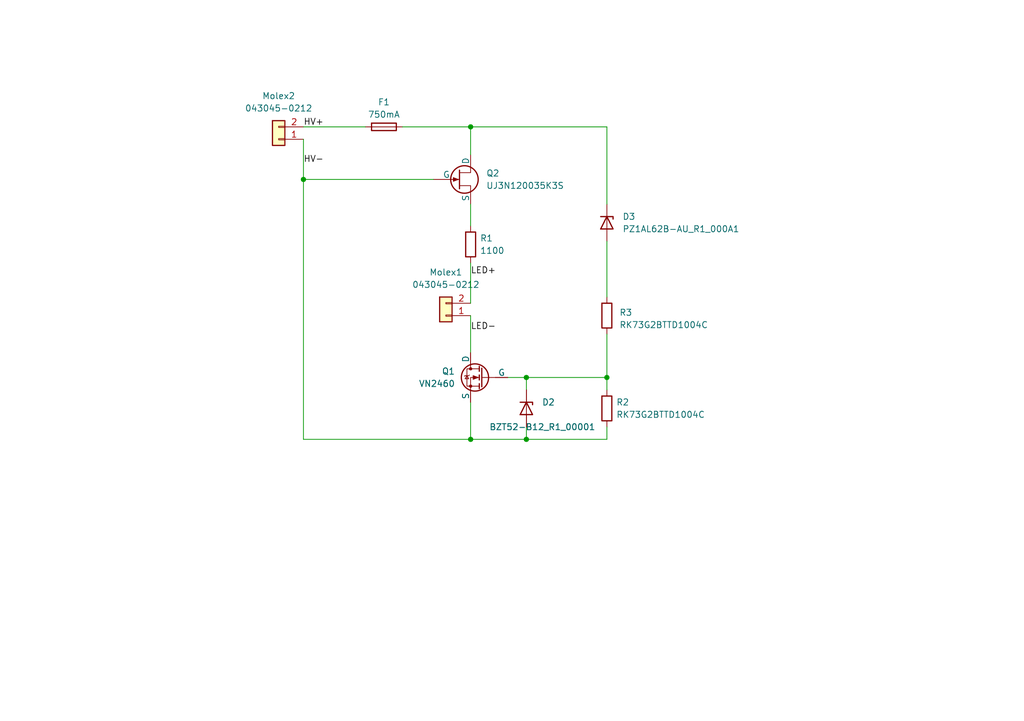
<source format=kicad_sch>
(kicad_sch (version 20230121) (generator eeschema)
  (paper "A5")
  (lib_symbols
    (symbol "Connector_Generic:Conn_01x02" (pin_names (offset 1.016) hide)
      (property "Reference" "J" (at 0 2.54 0))
      (property "Value" "Conn_01x02" (at 0 -5.08 0))
      (symbol "Conn_01x02_1_1"
        (rectangle (start -1.27 -2.413) (end 0 -2.667) (stroke (width 0.1524)))
        (rectangle (start -1.27 0.127) (end 0 -0.127) (stroke (width 0.1524)))
        (rectangle (start -1.27 1.27) (end 1.27 -3.81) (stroke (width 0.254)) (fill (type background)))
        (pin passive line (at -5.08 0 0) (length 3.81) (name "Pin_1") (number "1"))
        (pin passive line (at -5.08 -2.54 0) (length 3.81) (name "Pin_2") (number "2"))
      )
    )
    (symbol "Device:D_Zener" (pin_numbers hide) (pin_names (offset 1.016) hide)
      (property "Reference" "D" (at 0 2.54 0))
      (property "Value" "D_Zener" (at 0 -2.54 0))
      (symbol "D_Zener_0_1"
        (polyline (pts (xy 1.27 0) (xy -1.27 0)))
        (polyline (pts (xy -1.27 -1.27) (xy -1.27 1.27) (xy -0.762 1.27)) (stroke (width 0.254)))
        (polyline (pts (xy 1.27 -1.27) (xy 1.27 1.27) (xy -1.27 0) (xy 1.27 -1.27)) (stroke (width 0.254)))
      )
      (symbol "D_Zener_1_1"
        (pin passive line (at -3.81 0 0) (length 2.54) (name "K") (number "1"))
        (pin passive line (at 3.81 0 180) (length 2.54) (name "A") (number "2"))
      )
    )
    (symbol "Device:Fuse" (pin_numbers hide) (pin_names (offset 0))
      (property "Reference" "F" (at 2.032 0 90))
      (property "Value" "Fuse" (at -1.905 0 90))
      (symbol "Fuse_0_1"
        (rectangle (start -0.762 -2.54) (end 0.762 2.54) (stroke (width 0.254)))
        (polyline (pts (xy 0 2.54) (xy 0 -2.54)))
      )
      (symbol "Fuse_1_1"
        (pin passive line (at 0 3.81 270) (length 1.27) (name "~") (number "1"))
        (pin passive line (at 0 -3.81 90) (length 1.27) (name "~") (number "2"))
      )
    )
    (symbol "Device:R" (pin_numbers hide) (pin_names (offset 0))
      (property "Reference" "R" (at 2.032 0 90))
      (property "Value" "R" (at 0 0 90))
      (symbol "R_0_1"
        (rectangle (start -1.016 -2.54) (end 1.016 2.54) (stroke (width 0.254)))
      )
      (symbol "R_1_1"
        (pin passive line (at 0 3.81 270) (length 1.27) (name "~") (number "1"))
        (pin passive line (at 0 -3.81 90) (length 1.27) (name "~") (number "2"))
      )
    )
    (symbol "Simulation_SPICE:NJFET" (pin_numbers hide) (pin_names (offset 0))
      (property "Reference" "Q2" (at 5.715 1.27 0))
      (property "Value" "UJ3N120035K3S" (at 5.715 -1.27 0))
      (symbol "NJFET_0_1"
        (polyline (pts (xy 0.254 1.905) (xy 0.254 -1.905) (xy 0.254 -1.905)) (stroke (width 0.254)))
        (polyline (pts (xy 2.54 -2.54) (xy 2.54 -1.27) (xy 0.254 -1.27)))
        (polyline (pts (xy 2.54 2.54) (xy 2.54 1.397) (xy 0.254 1.397)))
        (polyline (pts (xy 0 0) (xy -1.016 0.381) (xy -1.016 -0.381) (xy 0 0)) (fill (type outline)))
        (circle (center 1.27 0) (radius 2.8194) (stroke (width 0.254)))
      )
      (symbol "NJFET_1_1"
        (pin input line (at -5.08 0 0) (length 5.334) (name "G") (number "1"))
        (pin passive line (at 2.54 5.08 270) (length 2.54) (name "D") (number "2"))
        (pin passive line (at 2.54 -5.08 90) (length 2.54) (name "S") (number "3"))
      )
    )
    (symbol "Simulation_SPICE:NMOS" (pin_numbers hide) (pin_names (offset 0))
      (property "Reference" "Q1" (at 5.715 1.27 0))
      (property "Value" "VN2460" (at 5.715 -1.27 0))
      (symbol "NMOS_0_1"
        (polyline (pts (xy 0.254 0) (xy -2.54 0)))
        (polyline (pts (xy 0.254 1.905) (xy 0.254 -1.905)) (stroke (width 0.254)))
        (polyline (pts (xy 0.762 -1.27) (xy 0.762 -2.286)) (stroke (width 0.254)))
        (polyline (pts (xy 0.762 0.508) (xy 0.762 -0.508)) (stroke (width 0.254)))
        (polyline (pts (xy 0.762 2.286) (xy 0.762 1.27)) (stroke (width 0.254)))
        (polyline (pts (xy 2.54 2.54) (xy 2.54 1.778)))
        (polyline (pts (xy 2.54 -2.54) (xy 2.54 0) (xy 0.762 0)))
        (polyline (pts (xy 0.762 -1.778) (xy 3.302 -1.778) (xy 3.302 1.778) (xy 0.762 1.778)))
        (polyline (pts (xy 1.016 0) (xy 2.032 0.381) (xy 2.032 -0.381) (xy 1.016 0)) (fill (type outline)))
        (polyline (pts (xy 2.794 0.508) (xy 2.921 0.381) (xy 3.683 0.381) (xy 3.81 0.254)))
        (polyline (pts (xy 3.302 0.381) (xy 2.921 -0.254) (xy 3.683 -0.254) (xy 3.302 0.381)))
        (circle (center 1.651 0) (radius 2.794) (stroke (width 0.254)))
        (circle (center 2.54 -1.778) (radius 0.254) (fill (type outline)))
        (circle (center 2.54 1.778) (radius 0.254) (fill (type outline)))
      )
      (symbol "NMOS_1_1"
        (pin passive line (at 2.54 -5.08 90) (length 2.54) (name "S") (number "1"))
        (pin input line (at -5.08 0 0) (length 2.54) (name "G") (number "2"))
        (pin passive line (at 2.54 5.08 270) (length 2.54) (name "D") (number "3"))
      )
    )
  )
  (junction (at 62.23 36.83))
  (junction (at 96.52 26.035))
  (junction (at 124.46 77.47))
  (junction (at 107.95 90.17))
  (junction (at 96.52 90.17))
  (junction (at 107.95 77.47))
  (wire (pts (xy 124.46 49.53) (xy 124.46 60.96)))
  (wire (pts (xy 82.55 26.035) (xy 96.52 26.035)))
  (wire (pts (xy 96.52 41.91) (xy 96.52 46.355)))
  (wire (pts (xy 96.52 90.17) (xy 62.23 90.17)))
  (wire (pts (xy 62.23 36.83) (xy 88.9 36.83)))
  (wire (pts (xy 107.95 90.17) (xy 124.46 90.17)))
  (wire (pts (xy 62.23 36.83) (xy 62.23 28.575)))
  (wire (pts (xy 124.46 77.47) (xy 124.46 68.58)))
  (wire (pts (xy 107.95 77.47) (xy 107.95 80.01)))
  (wire (pts (xy 124.46 90.17) (xy 124.46 87.63)))
  (wire (pts (xy 124.46 26.035) (xy 96.52 26.035)))
  (wire (pts (xy 107.95 77.47) (xy 124.46 77.47)))
  (wire (pts (xy 96.52 26.035) (xy 96.52 31.75)))
  (wire (pts (xy 62.23 26.035) (xy 74.93 26.035)))
  (wire (pts (xy 124.46 41.91) (xy 124.46 26.035)))
  (wire (pts (xy 104.14 77.47) (xy 107.95 77.47)))
  (wire (pts (xy 96.52 90.17) (xy 107.95 90.17)))
  (wire (pts (xy 107.95 90.17) (xy 107.95 87.63)))
  (wire (pts (xy 124.46 77.47) (xy 124.46 80.01)))
  (wire (pts (xy 96.52 82.55) (xy 96.52 90.17)))
  (wire (pts (xy 96.52 53.975) (xy 96.52 62.23)))
  (wire (pts (xy 62.23 90.17) (xy 62.23 36.83)))
  (wire (pts (xy 96.52 64.77) (xy 96.52 72.39)))
  (label "LED+" (at 96.52 56.515 0))
  (label "HV-" (at 62.23 33.655 0))
  (label "LED-" (at 96.52 67.945 0))
  (label "HV+" (at 62.23 26.035 0))
  (symbol (lib_id "Device:R") (at 96.52 50.165 0) (unit 1)
    (property "Reference" "R1" (at 98.425 48.895 0) (effects (justify left)))
    (property "Value" "1100" (at 98.425 51.435 0) (effects (justify left)))
    (property "Footprint" "Resistor_THT:R_Axial_DIN0207_L6.3mm_D2.5mm_P7.62mm_Horizontal" (effects hide))
  )
  (symbol (lib_id "Simulation_SPICE:NMOS") (at 99.06 77.47 0) (mirror y) (unit 1)
    (property "Reference" "Q1" (at 93.345 76.2 0) (effects (justify left)))
    (property "Value" "VN2460" (at 93.345 78.74 0) (effects (justify left)))
    (property "Footprint" "Package_TO_SOT_THT:TO-92" (effects hide))
    (property "Datasheet" "https://ngspice.sourceforge.io/docs/ngspice-manual.pdf" (effects hide))
    (property "Sim.Device" "NMOS" (effects hide))
    (property "Sim.Type" "VDMOS" (effects hide))
    (property "Sim.Pins" "1=D 2=G 3=S" (effects hide))
  )
  (symbol (lib_id "Connector_Generic:Conn_01x02") (at 91.44 64.77 180) (unit 1)
    (property "Reference" "Molex1" (at 91.44 55.88 0))
    (property "Value" "043045-0212" (at 91.44 58.42 0))
    (property "Footprint" "Connector_Molex:Molex_Micro-Fit_3.0_43045-0212_2x01_P3.00mm_Vertical" (effects hide))
  )
  (symbol (lib_id "Device:Fuse") (at 78.74 26.035 90) (unit 1)
    (property "Reference" "F1" (at 78.74 20.955 90))
    (property "Value" "750mA" (at 78.74 23.495 90))
    (property "Footprint" "BK_PCS:FUSE_BK_PCS" (effects hide))
  )
  (symbol (lib_id "Device:R") (at 124.46 64.77 0) (unit 1)
    (property "Reference" "R3" (at 127 64.135 0) (effects (justify left)))
    (property "Value" "RK73G2BTTD1004C" (at 127 66.675 0) (effects (justify left)))
    (property "Footprint" "Resistor_SMD:RESC3116X65N" (effects hide))
  )
  (symbol (lib_id "Device:D_Zener") (at 124.46 45.72 270) (unit 1)
    (property "Reference" "D3" (at 127.635 44.45 90) (effects (justify left)))
    (property "Value" "PZ1AL62B-AU_R1_000A1" (at 127.635 46.99 90) (effects (justify left)))
    (property "Footprint" "Diode_SMD:D_SOD-123F" (effects hide))
  )
  (symbol (lib_id "Connector_Generic:Conn_01x02") (at 57.15 28.575 180) (unit 1)
    (property "Reference" "Molex2" (at 57.15 19.685 0))
    (property "Value" "043045-0212" (at 57.15 22.225 0))
    (property "Footprint" "Connector_Molex:Molex_Micro-Fit_3.0_43045-0212_2x01_P3.00mm_Vertical" (effects hide))
  )
  (symbol (lib_id "Simulation_SPICE:NJFET") (at 93.98 36.83 0) (unit 1)
    (property "Reference" "Q2" (at 99.695 35.56 0) (effects (justify left)))
    (property "Value" "UJ3N120035K3S" (at 99.695 38.1 0) (effects (justify left)))
    (property "Footprint" "Package_TO_SOT_THT:TO-247-3_Horizontal_TabDown" (effects hide))
    (property "Sim.Device" "NJFET" (effects hide))
    (property "Sim.Type" "SHICHMANHODGES" (effects hide))
    (property "Sim.Pins" "1=D 2=G 3=S" (effects hide))
  )
  (symbol (lib_id "Device:R") (at 124.46 83.82 0) (unit 1)
    (property "Reference" "R2" (at 126.365 82.55 0) (effects (justify left)))
    (property "Value" "RK73G2BTTD1004C" (at 126.365 85.09 0) (effects (justify left)))
    (property "Footprint" "Resistor_SMD:RESC3116X65N" (effects hide))
  )
  (symbol (lib_id "Device:D_Zener") (at 107.95 83.82 270) (unit 1)
    (property "Reference" "D2" (at 111.125 82.55 90) (effects (justify left)))
    (property "Value" "BZT52-B12_R1_00001" (at 100.33 87.63 90) (effects (justify left)))
    (property "Footprint" "Diode_SMD:D_SOD-123" (effects hide))
  )
)
</source>
